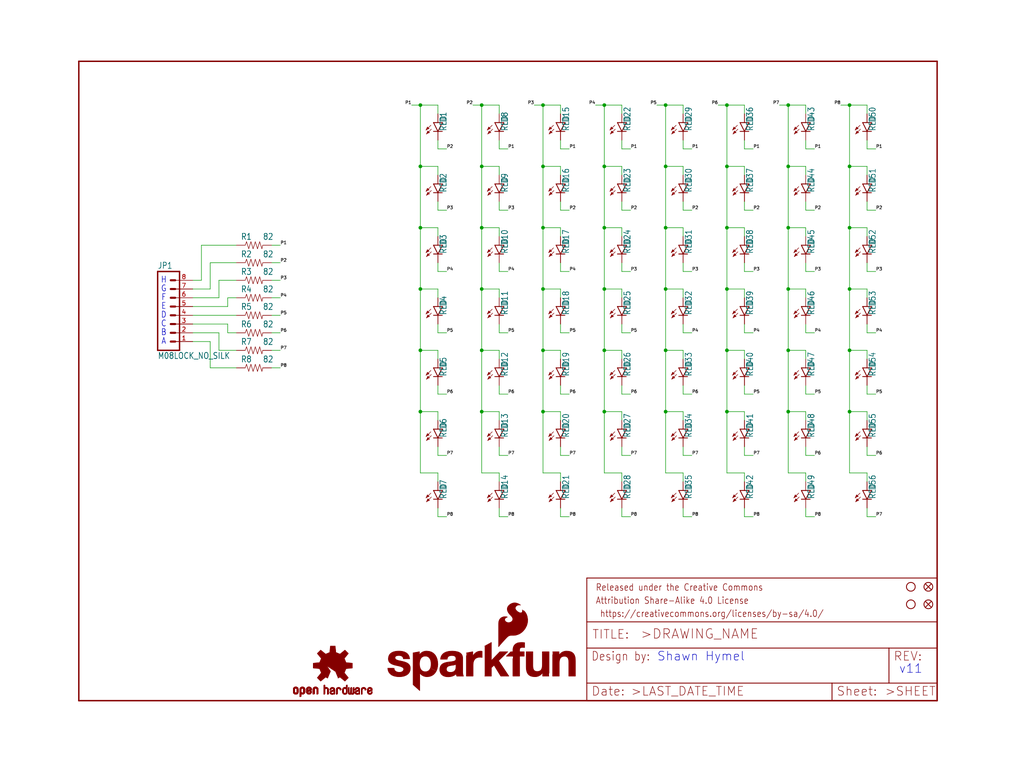
<source format=kicad_sch>
(kicad_sch (version 20211123) (generator eeschema)
  (paper "User" 297.002 223.926)
  (lib_symbols
    (symbol "eagleSchem-eagle-import:82OHM-1{slash}10W-1%(0603)SMD"
      (property "Reference" "R" (at -3.81 1.4986 0))
      (property "Value" "82OHM-1{slash}10W-1%(0603)SMD" (at -3.81 -3.302 0))
      (symbol "82OHM-1{slash}10W-1%(0603)SMD_1_0"
        (pin passive line (at -5.08 0 0) (length 2.54) (name "1") (number "1"))
        (pin passive line (at 5.08 0 180) (length 2.54) (name "2") (number "2"))
      )
    )
    (symbol "eagleSchem-eagle-import:FIDUCIAL1X2")
    (symbol "eagleSchem-eagle-import:FRAME-LETTER"
      (symbol "FRAME-LETTER_2_0"
        (text " https://creativecommons.org/licenses/by-sa/4.0/" (at 2.54 24.13 0) (effects (font (size 1.9304 1.6408)) (justify left bottom)))
        (text ">DRAWING_NAME" (at 15.494 17.78 0) (effects (font (size 2.7432 2.7432)) (justify left bottom)))
        (text ">LAST_DATE_TIME" (at 12.7 1.27 0) (effects (font (size 2.54 2.54)) (justify left bottom)))
        (text ">SHEET" (at 86.36 1.27 0) (effects (font (size 2.54 2.54)) (justify left bottom)))
        (text "Attribution Share-Alike 4.0 License" (at 2.54 27.94 0) (effects (font (size 1.9304 1.6408)) (justify left bottom)))
        (text "Date:" (at 1.27 1.27 0) (effects (font (size 2.54 2.54)) (justify left bottom)))
        (text "Design by:" (at 1.27 11.43 0) (effects (font (size 2.54 2.159)) (justify left bottom)))
        (text "Released under the Creative Commons" (at 2.54 31.75 0) (effects (font (size 1.9304 1.6408)) (justify left bottom)))
        (text "REV:" (at 88.9 11.43 0) (effects (font (size 2.54 2.54)) (justify left bottom)))
        (text "Sheet:" (at 72.39 1.27 0) (effects (font (size 2.54 2.54)) (justify left bottom)))
        (text "TITLE:" (at 1.524 17.78 0) (effects (font (size 2.54 2.54)) (justify left bottom)))
      )
    )
    (symbol "eagleSchem-eagle-import:LED-RED0603"
      (property "Reference" "D" (at 3.556 -4.572 90))
      (property "Value" "LED-RED0603" (at 5.715 -4.572 90))
      (symbol "LED-RED0603_1_0"
        (pin passive line (at 0 2.54 270) (length 2.54) (name "A") (number "A"))
        (pin passive line (at 0 -5.08 90) (length 2.54) (name "C") (number "C"))
      )
    )
    (symbol "eagleSchem-eagle-import:M08LOCK_NO_SILK"
      (property "Reference" "J" (at -5.08 13.462 0))
      (property "Value" "M08LOCK_NO_SILK" (at -5.08 -12.7 0))
      (symbol "M08LOCK_NO_SILK_1_0"
        (pin passive line (at 5.08 -7.62 180) (length 5.08) (name "1") (number "1"))
        (pin passive line (at 5.08 -5.08 180) (length 5.08) (name "2") (number "2"))
        (pin passive line (at 5.08 -2.54 180) (length 5.08) (name "3") (number "3"))
        (pin passive line (at 5.08 0 180) (length 5.08) (name "4") (number "4"))
        (pin passive line (at 5.08 2.54 180) (length 5.08) (name "5") (number "5"))
        (pin passive line (at 5.08 5.08 180) (length 5.08) (name "6") (number "6"))
        (pin passive line (at 5.08 7.62 180) (length 5.08) (name "7") (number "7"))
        (pin passive line (at 5.08 10.16 180) (length 5.08) (name "8") (number "8"))
      )
    )
    (symbol "eagleSchem-eagle-import:OSHW-LOGOS")
    (symbol "eagleSchem-eagle-import:SFE_LOGO_NAME_FLAME.1_INCH")
    (symbol "eagleSchem-eagle-import:STAND-OFF")
  )
  (junction (at 121.92 83.82))
  (junction (at 175.26 83.82))
  (junction (at 210.82 119.38))
  (junction (at 210.82 83.82))
  (junction (at 228.6 119.38))
  (junction (at 228.6 30.48))
  (junction (at 193.04 66.04))
  (junction (at 228.6 48.26))
  (junction (at 246.38 119.38))
  (junction (at 193.04 83.82))
  (junction (at 157.48 119.38))
  (junction (at 157.48 66.04))
  (junction (at 210.82 66.04))
  (junction (at 228.6 83.82))
  (junction (at 193.04 119.38))
  (junction (at 139.7 30.48))
  (junction (at 246.38 48.26))
  (junction (at 175.26 48.26))
  (junction (at 175.26 30.48))
  (junction (at 193.04 30.48))
  (junction (at 246.38 101.6))
  (junction (at 121.92 48.26))
  (junction (at 210.82 101.6))
  (junction (at 228.6 66.04))
  (junction (at 246.38 30.48))
  (junction (at 210.82 30.48))
  (junction (at 193.04 101.6))
  (junction (at 157.48 30.48))
  (junction (at 121.92 119.38))
  (junction (at 157.48 101.6))
  (junction (at 246.38 83.82))
  (junction (at 246.38 66.04))
  (junction (at 175.26 66.04))
  (junction (at 175.26 101.6))
  (junction (at 210.82 48.26))
  (junction (at 193.04 48.26))
  (junction (at 175.26 119.38))
  (junction (at 121.92 30.48))
  (junction (at 157.48 83.82))
  (junction (at 139.7 101.6))
  (junction (at 139.7 83.82))
  (junction (at 157.48 48.26))
  (junction (at 121.92 101.6))
  (junction (at 121.92 66.04))
  (junction (at 228.6 101.6))
  (junction (at 139.7 119.38))
  (junction (at 139.7 66.04))
  (junction (at 139.7 48.26))
  (wire (pts (xy 193.04 30.48) (xy 193.04 48.26)))
  (wire (pts (xy 157.48 66.04) (xy 162.56 66.04)))
  (wire (pts (xy 127 111.76) (xy 127 114.3)))
  (wire (pts (xy 246.38 66.04) (xy 246.38 83.82)))
  (wire (pts (xy 210.82 83.82) (xy 210.82 101.6)))
  (wire (pts (xy 121.92 137.16) (xy 127 137.16)))
  (wire (pts (xy 121.92 30.48) (xy 127 30.48)))
  (wire (pts (xy 127 132.08) (xy 129.54 132.08)))
  (wire (pts (xy 175.26 101.6) (xy 180.34 101.6)))
  (wire (pts (xy 139.7 137.16) (xy 144.78 137.16)))
  (wire (pts (xy 162.56 137.16) (xy 162.56 139.7)))
  (wire (pts (xy 144.78 96.52) (xy 147.32 96.52)))
  (wire (pts (xy 210.82 48.26) (xy 210.82 66.04)))
  (wire (pts (xy 228.6 119.38) (xy 228.6 137.16)))
  (wire (pts (xy 180.34 78.74) (xy 182.88 78.74)))
  (wire (pts (xy 228.6 66.04) (xy 228.6 83.82)))
  (wire (pts (xy 175.26 48.26) (xy 180.34 48.26)))
  (wire (pts (xy 162.56 83.82) (xy 162.56 86.36)))
  (wire (pts (xy 60.96 76.2) (xy 68.58 76.2)))
  (wire (pts (xy 180.34 149.86) (xy 182.88 149.86)))
  (wire (pts (xy 180.34 30.48) (xy 180.34 33.02)))
  (wire (pts (xy 175.26 119.38) (xy 175.26 137.16)))
  (wire (pts (xy 180.34 76.2) (xy 180.34 78.74)))
  (wire (pts (xy 233.68 119.38) (xy 233.68 121.92)))
  (wire (pts (xy 180.34 43.18) (xy 182.88 43.18)))
  (wire (pts (xy 127 40.64) (xy 127 43.18)))
  (wire (pts (xy 193.04 48.26) (xy 193.04 66.04)))
  (wire (pts (xy 144.78 30.48) (xy 144.78 33.02)))
  (wire (pts (xy 210.82 119.38) (xy 210.82 137.16)))
  (wire (pts (xy 180.34 101.6) (xy 180.34 104.14)))
  (wire (pts (xy 180.34 58.42) (xy 180.34 60.96)))
  (wire (pts (xy 251.46 40.64) (xy 251.46 43.18)))
  (wire (pts (xy 215.9 111.76) (xy 215.9 114.3)))
  (wire (pts (xy 210.82 137.16) (xy 215.9 137.16)))
  (wire (pts (xy 193.04 119.38) (xy 193.04 137.16)))
  (wire (pts (xy 162.56 111.76) (xy 162.56 114.3)))
  (wire (pts (xy 175.26 119.38) (xy 180.34 119.38)))
  (wire (pts (xy 198.12 58.42) (xy 198.12 60.96)))
  (wire (pts (xy 60.96 99.06) (xy 60.96 106.68)))
  (wire (pts (xy 215.9 40.64) (xy 215.9 43.18)))
  (wire (pts (xy 144.78 129.54) (xy 144.78 132.08)))
  (wire (pts (xy 210.82 30.48) (xy 210.82 48.26)))
  (wire (pts (xy 127 119.38) (xy 127 121.92)))
  (wire (pts (xy 198.12 96.52) (xy 200.66 96.52)))
  (wire (pts (xy 78.74 76.2) (xy 81.28 76.2)))
  (wire (pts (xy 162.56 60.96) (xy 165.1 60.96)))
  (wire (pts (xy 198.12 40.64) (xy 198.12 43.18)))
  (wire (pts (xy 198.12 76.2) (xy 198.12 78.74)))
  (wire (pts (xy 121.92 48.26) (xy 121.92 66.04)))
  (wire (pts (xy 55.88 86.36) (xy 63.5 86.36)))
  (wire (pts (xy 251.46 48.26) (xy 251.46 50.8)))
  (wire (pts (xy 63.5 81.28) (xy 68.58 81.28)))
  (wire (pts (xy 246.38 30.48) (xy 251.46 30.48)))
  (wire (pts (xy 121.92 66.04) (xy 127 66.04)))
  (wire (pts (xy 215.9 137.16) (xy 215.9 139.7)))
  (wire (pts (xy 162.56 78.74) (xy 165.1 78.74)))
  (wire (pts (xy 127 60.96) (xy 129.54 60.96)))
  (wire (pts (xy 157.48 83.82) (xy 157.48 101.6)))
  (wire (pts (xy 215.9 132.08) (xy 218.44 132.08)))
  (wire (pts (xy 121.92 30.48) (xy 119.38 30.48)))
  (wire (pts (xy 139.7 66.04) (xy 139.7 83.82)))
  (wire (pts (xy 144.78 119.38) (xy 144.78 121.92)))
  (wire (pts (xy 246.38 137.16) (xy 251.46 137.16)))
  (wire (pts (xy 198.12 147.32) (xy 198.12 149.86)))
  (wire (pts (xy 78.74 101.6) (xy 81.28 101.6)))
  (wire (pts (xy 127 129.54) (xy 127 132.08)))
  (wire (pts (xy 121.92 101.6) (xy 121.92 119.38)))
  (wire (pts (xy 78.74 86.36) (xy 81.28 86.36)))
  (wire (pts (xy 215.9 93.98) (xy 215.9 96.52)))
  (wire (pts (xy 210.82 66.04) (xy 215.9 66.04)))
  (wire (pts (xy 162.56 93.98) (xy 162.56 96.52)))
  (wire (pts (xy 162.56 58.42) (xy 162.56 60.96)))
  (wire (pts (xy 162.56 149.86) (xy 165.1 149.86)))
  (wire (pts (xy 210.82 48.26) (xy 215.9 48.26)))
  (wire (pts (xy 144.78 78.74) (xy 147.32 78.74)))
  (wire (pts (xy 215.9 30.48) (xy 215.9 33.02)))
  (wire (pts (xy 233.68 76.2) (xy 233.68 78.74)))
  (wire (pts (xy 127 93.98) (xy 127 96.52)))
  (wire (pts (xy 157.48 137.16) (xy 162.56 137.16)))
  (wire (pts (xy 210.82 30.48) (xy 208.28 30.48)))
  (wire (pts (xy 144.78 83.82) (xy 144.78 86.36)))
  (wire (pts (xy 162.56 40.64) (xy 162.56 43.18)))
  (wire (pts (xy 246.38 101.6) (xy 251.46 101.6)))
  (wire (pts (xy 233.68 30.48) (xy 233.68 33.02)))
  (wire (pts (xy 66.04 88.9) (xy 66.04 86.36)))
  (wire (pts (xy 175.26 66.04) (xy 175.26 83.82)))
  (wire (pts (xy 139.7 119.38) (xy 144.78 119.38)))
  (wire (pts (xy 157.48 30.48) (xy 162.56 30.48)))
  (wire (pts (xy 144.78 66.04) (xy 144.78 68.58)))
  (wire (pts (xy 144.78 132.08) (xy 147.32 132.08)))
  (wire (pts (xy 144.78 101.6) (xy 144.78 104.14)))
  (wire (pts (xy 127 30.48) (xy 127 33.02)))
  (wire (pts (xy 233.68 132.08) (xy 236.22 132.08)))
  (wire (pts (xy 215.9 96.52) (xy 218.44 96.52)))
  (wire (pts (xy 193.04 83.82) (xy 198.12 83.82)))
  (wire (pts (xy 127 78.74) (xy 129.54 78.74)))
  (wire (pts (xy 228.6 83.82) (xy 228.6 101.6)))
  (wire (pts (xy 210.82 30.48) (xy 215.9 30.48)))
  (wire (pts (xy 144.78 48.26) (xy 144.78 50.8)))
  (wire (pts (xy 251.46 43.18) (xy 254 43.18)))
  (wire (pts (xy 139.7 30.48) (xy 137.16 30.48)))
  (wire (pts (xy 162.56 43.18) (xy 165.1 43.18)))
  (wire (pts (xy 121.92 119.38) (xy 127 119.38)))
  (wire (pts (xy 180.34 147.32) (xy 180.34 149.86)))
  (wire (pts (xy 139.7 83.82) (xy 139.7 101.6)))
  (wire (pts (xy 251.46 66.04) (xy 251.46 68.58)))
  (wire (pts (xy 193.04 101.6) (xy 198.12 101.6)))
  (wire (pts (xy 233.68 40.64) (xy 233.68 43.18)))
  (wire (pts (xy 139.7 48.26) (xy 139.7 66.04)))
  (wire (pts (xy 198.12 101.6) (xy 198.12 104.14)))
  (wire (pts (xy 228.6 30.48) (xy 233.68 30.48)))
  (wire (pts (xy 251.46 30.48) (xy 251.46 33.02)))
  (wire (pts (xy 233.68 93.98) (xy 233.68 96.52)))
  (wire (pts (xy 157.48 66.04) (xy 157.48 83.82)))
  (wire (pts (xy 251.46 119.38) (xy 251.46 121.92)))
  (wire (pts (xy 198.12 48.26) (xy 198.12 50.8)))
  (wire (pts (xy 180.34 129.54) (xy 180.34 132.08)))
  (wire (pts (xy 180.34 66.04) (xy 180.34 68.58)))
  (wire (pts (xy 162.56 147.32) (xy 162.56 149.86)))
  (wire (pts (xy 78.74 96.52) (xy 81.28 96.52)))
  (wire (pts (xy 180.34 114.3) (xy 182.88 114.3)))
  (wire (pts (xy 215.9 48.26) (xy 215.9 50.8)))
  (wire (pts (xy 251.46 129.54) (xy 251.46 132.08)))
  (wire (pts (xy 215.9 58.42) (xy 215.9 60.96)))
  (wire (pts (xy 251.46 83.82) (xy 251.46 86.36)))
  (wire (pts (xy 228.6 101.6) (xy 228.6 119.38)))
  (wire (pts (xy 180.34 96.52) (xy 182.88 96.52)))
  (wire (pts (xy 127 83.82) (xy 127 86.36)))
  (wire (pts (xy 55.88 83.82) (xy 60.96 83.82)))
  (wire (pts (xy 251.46 114.3) (xy 254 114.3)))
  (wire (pts (xy 198.12 83.82) (xy 198.12 86.36)))
  (wire (pts (xy 180.34 48.26) (xy 180.34 50.8)))
  (wire (pts (xy 78.74 81.28) (xy 81.28 81.28)))
  (wire (pts (xy 139.7 119.38) (xy 139.7 137.16)))
  (wire (pts (xy 58.42 71.12) (xy 68.58 71.12)))
  (wire (pts (xy 228.6 119.38) (xy 233.68 119.38)))
  (wire (pts (xy 55.88 93.98) (xy 66.04 93.98)))
  (wire (pts (xy 198.12 30.48) (xy 198.12 33.02)))
  (wire (pts (xy 251.46 76.2) (xy 251.46 78.74)))
  (wire (pts (xy 127 147.32) (xy 127 149.86)))
  (wire (pts (xy 193.04 30.48) (xy 198.12 30.48)))
  (wire (pts (xy 215.9 43.18) (xy 218.44 43.18)))
  (wire (pts (xy 139.7 30.48) (xy 139.7 48.26)))
  (wire (pts (xy 246.38 83.82) (xy 251.46 83.82)))
  (wire (pts (xy 162.56 96.52) (xy 165.1 96.52)))
  (wire (pts (xy 127 48.26) (xy 127 50.8)))
  (wire (pts (xy 193.04 137.16) (xy 198.12 137.16)))
  (wire (pts (xy 121.92 83.82) (xy 127 83.82)))
  (wire (pts (xy 233.68 83.82) (xy 233.68 86.36)))
  (wire (pts (xy 157.48 30.48) (xy 154.94 30.48)))
  (wire (pts (xy 60.96 106.68) (xy 68.58 106.68)))
  (wire (pts (xy 121.92 30.48) (xy 121.92 48.26)))
  (wire (pts (xy 175.26 137.16) (xy 180.34 137.16)))
  (wire (pts (xy 162.56 101.6) (xy 162.56 104.14)))
  (wire (pts (xy 144.78 40.64) (xy 144.78 43.18)))
  (wire (pts (xy 127 96.52) (xy 129.54 96.52)))
  (wire (pts (xy 215.9 119.38) (xy 215.9 121.92)))
  (wire (pts (xy 139.7 48.26) (xy 144.78 48.26)))
  (wire (pts (xy 251.46 60.96) (xy 254 60.96)))
  (wire (pts (xy 157.48 119.38) (xy 162.56 119.38)))
  (wire (pts (xy 55.88 99.06) (xy 60.96 99.06)))
  (wire (pts (xy 251.46 147.32) (xy 251.46 149.86)))
  (wire (pts (xy 251.46 149.86) (xy 254 149.86)))
  (wire (pts (xy 215.9 114.3) (xy 218.44 114.3)))
  (wire (pts (xy 215.9 129.54) (xy 215.9 132.08)))
  (wire (pts (xy 162.56 48.26) (xy 162.56 50.8)))
  (wire (pts (xy 144.78 60.96) (xy 147.32 60.96)))
  (wire (pts (xy 180.34 83.82) (xy 180.34 86.36)))
  (wire (pts (xy 144.78 111.76) (xy 144.78 114.3)))
  (wire (pts (xy 193.04 30.48) (xy 190.5 30.48)))
  (wire (pts (xy 215.9 101.6) (xy 215.9 104.14)))
  (wire (pts (xy 246.38 66.04) (xy 251.46 66.04)))
  (wire (pts (xy 144.78 147.32) (xy 144.78 149.86)))
  (wire (pts (xy 246.38 119.38) (xy 246.38 137.16)))
  (wire (pts (xy 180.34 40.64) (xy 180.34 43.18)))
  (wire (pts (xy 210.82 66.04) (xy 210.82 83.82)))
  (wire (pts (xy 215.9 66.04) (xy 215.9 68.58)))
  (wire (pts (xy 233.68 147.32) (xy 233.68 149.86)))
  (wire (pts (xy 144.78 137.16) (xy 144.78 139.7)))
  (wire (pts (xy 180.34 93.98) (xy 180.34 96.52)))
  (wire (pts (xy 198.12 93.98) (xy 198.12 96.52)))
  (wire (pts (xy 233.68 48.26) (xy 233.68 50.8)))
  (wire (pts (xy 157.48 48.26) (xy 162.56 48.26)))
  (wire (pts (xy 66.04 96.52) (xy 68.58 96.52)))
  (wire (pts (xy 251.46 78.74) (xy 254 78.74)))
  (wire (pts (xy 127 114.3) (xy 129.54 114.3)))
  (wire (pts (xy 180.34 119.38) (xy 180.34 121.92)))
  (wire (pts (xy 144.78 43.18) (xy 147.32 43.18)))
  (wire (pts (xy 157.48 30.48) (xy 157.48 48.26)))
  (wire (pts (xy 198.12 137.16) (xy 198.12 139.7)))
  (wire (pts (xy 55.88 88.9) (xy 66.04 88.9)))
  (wire (pts (xy 121.92 101.6) (xy 127 101.6)))
  (wire (pts (xy 162.56 76.2) (xy 162.56 78.74)))
  (wire (pts (xy 210.82 101.6) (xy 215.9 101.6)))
  (wire (pts (xy 175.26 30.48) (xy 175.26 48.26)))
  (wire (pts (xy 193.04 83.82) (xy 193.04 101.6)))
  (wire (pts (xy 246.38 30.48) (xy 246.38 48.26)))
  (wire (pts (xy 139.7 30.48) (xy 144.78 30.48)))
  (wire (pts (xy 121.92 66.04) (xy 121.92 83.82)))
  (wire (pts (xy 198.12 78.74) (xy 200.66 78.74)))
  (wire (pts (xy 127 58.42) (xy 127 60.96)))
  (wire (pts (xy 233.68 101.6) (xy 233.68 104.14)))
  (wire (pts (xy 251.46 132.08) (xy 254 132.08)))
  (wire (pts (xy 144.78 149.86) (xy 147.32 149.86)))
  (wire (pts (xy 246.38 101.6) (xy 246.38 119.38)))
  (wire (pts (xy 66.04 93.98) (xy 66.04 96.52)))
  (wire (pts (xy 228.6 66.04) (xy 233.68 66.04)))
  (wire (pts (xy 233.68 78.74) (xy 236.22 78.74)))
  (wire (pts (xy 198.12 66.04) (xy 198.12 68.58)))
  (wire (pts (xy 251.46 58.42) (xy 251.46 60.96)))
  (wire (pts (xy 246.38 48.26) (xy 246.38 66.04)))
  (wire (pts (xy 215.9 83.82) (xy 215.9 86.36)))
  (wire (pts (xy 215.9 147.32) (xy 215.9 149.86)))
  (wire (pts (xy 228.6 137.16) (xy 233.68 137.16)))
  (wire (pts (xy 144.78 114.3) (xy 147.32 114.3)))
  (wire (pts (xy 233.68 66.04) (xy 233.68 68.58)))
  (wire (pts (xy 251.46 137.16) (xy 251.46 139.7)))
  (wire (pts (xy 233.68 137.16) (xy 233.68 139.7)))
  (wire (pts (xy 228.6 48.26) (xy 228.6 66.04)))
  (wire (pts (xy 210.82 119.38) (xy 215.9 119.38)))
  (wire (pts (xy 228.6 83.82) (xy 233.68 83.82)))
  (wire (pts (xy 162.56 66.04) (xy 162.56 68.58)))
  (wire (pts (xy 198.12 111.76) (xy 198.12 114.3)))
  (wire (pts (xy 198.12 129.54) (xy 198.12 132.08)))
  (wire (pts (xy 55.88 81.28) (xy 58.42 81.28)))
  (wire (pts (xy 175.26 83.82) (xy 175.26 101.6)))
  (wire (pts (xy 175.26 30.48) (xy 180.34 30.48)))
  (wire (pts (xy 198.12 149.86) (xy 200.66 149.86)))
  (wire (pts (xy 215.9 149.86) (xy 218.44 149.86)))
  (wire (pts (xy 127 76.2) (xy 127 78.74)))
  (wire (pts (xy 162.56 129.54) (xy 162.56 132.08)))
  (wire (pts (xy 175.26 101.6) (xy 175.26 119.38)))
  (wire (pts (xy 63.5 96.52) (xy 63.5 101.6)))
  (wire (pts (xy 157.48 101.6) (xy 162.56 101.6)))
  (wire (pts (xy 233.68 149.86) (xy 236.22 149.86)))
  (wire (pts (xy 251.46 93.98) (xy 251.46 96.52)))
  (wire (pts (xy 55.88 96.52) (xy 63.5 96.52)))
  (wire (pts (xy 157.48 48.26) (xy 157.48 66.04)))
  (wire (pts (xy 63.5 101.6) (xy 68.58 101.6)))
  (wire (pts (xy 210.82 83.82) (xy 215.9 83.82)))
  (wire (pts (xy 180.34 132.08) (xy 182.88 132.08)))
  (wire (pts (xy 193.04 66.04) (xy 193.04 83.82)))
  (wire (pts (xy 233.68 60.96) (xy 236.22 60.96)))
  (wire (pts (xy 144.78 58.42) (xy 144.78 60.96)))
  (wire (pts (xy 139.7 83.82) (xy 144.78 83.82)))
  (wire (pts (xy 162.56 114.3) (xy 165.1 114.3)))
  (wire (pts (xy 215.9 78.74) (xy 218.44 78.74)))
  (wire (pts (xy 198.12 132.08) (xy 200.66 132.08)))
  (wire (pts (xy 121.92 48.26) (xy 127 48.26)))
  (wire (pts (xy 228.6 30.48) (xy 228.6 48.26)))
  (wire (pts (xy 139.7 66.04) (xy 144.78 66.04)))
  (wire (pts (xy 246.38 48.26) (xy 251.46 48.26)))
  (wire (pts (xy 175.26 83.82) (xy 180.34 83.82)))
  (wire (pts (xy 193.04 119.38) (xy 198.12 119.38)))
  (wire (pts (xy 246.38 30.48) (xy 243.84 30.48)))
  (wire (pts (xy 157.48 83.82) (xy 162.56 83.82)))
  (wire (pts (xy 127 137.16) (xy 127 139.7)))
  (wire (pts (xy 162.56 119.38) (xy 162.56 121.92)))
  (wire (pts (xy 180.34 60.96) (xy 182.88 60.96)))
  (wire (pts (xy 210.82 101.6) (xy 210.82 119.38)))
  (wire (pts (xy 127 43.18) (xy 129.54 43.18)))
  (wire (pts (xy 144.78 76.2) (xy 144.78 78.74)))
  (wire (pts (xy 193.04 66.04) (xy 198.12 66.04)))
  (wire (pts (xy 246.38 83.82) (xy 246.38 101.6)))
  (wire (pts (xy 78.74 91.44) (xy 81.28 91.44)))
  (wire (pts (xy 198.12 60.96) (xy 200.66 60.96)))
  (wire (pts (xy 228.6 101.6) (xy 233.68 101.6)))
  (wire (pts (xy 228.6 30.48) (xy 226.06 30.48)))
  (wire (pts (xy 251.46 96.52) (xy 254 96.52)))
  (wire (pts (xy 78.74 71.12) (xy 81.28 71.12)))
  (wire (pts (xy 246.38 119.38) (xy 251.46 119.38)))
  (wire (pts (xy 162.56 30.48) (xy 162.56 33.02)))
  (wire (pts (xy 127 66.04) (xy 127 68.58)))
  (wire (pts (xy 233.68 111.76) (xy 233.68 114.3)))
  (wire (pts (xy 215.9 76.2) (xy 215.9 78.74)))
  (wire (pts (xy 139.7 101.6) (xy 144.78 101.6)))
  (wire (pts (xy 233.68 129.54) (xy 233.68 132.08)))
  (wire (pts (xy 175.26 48.26) (xy 175.26 66.04)))
  (wire (pts (xy 121.92 119.38) (xy 121.92 137.16)))
  (wire (pts (xy 157.48 119.38) (xy 157.48 137.16)))
  (wire (pts (xy 63.5 86.36) (xy 63.5 81.28)))
  (wire (pts (xy 251.46 111.76) (xy 251.46 114.3)))
  (wire (pts (xy 144.78 93.98) (xy 144.78 96.52)))
  (wire (pts (xy 215.9 60.96) (xy 218.44 60.96)))
  (wire (pts (xy 193.04 48.26) (xy 198.12 48.26)))
  (wire (pts (xy 193.04 101.6) (xy 193.04 119.38)))
  (wire (pts (xy 180.34 111.76) (xy 180.34 114.3)))
  (wire (pts (xy 127 101.6) (xy 127 104.14)))
  (wire (pts (xy 233.68 58.42) (xy 233.68 60.96)))
  (wire (pts (xy 180.34 137.16) (xy 180.34 139.7)))
  (wire (pts (xy 157.48 101.6) (xy 157.48 119.38)))
  (wire (pts (xy 228.6 48.26) (xy 233.68 48.26)))
  (wire (pts (xy 198.12 43.18) (xy 200.66 43.18)))
  (wire (pts (xy 233.68 96.52) (xy 236.22 96.52)))
  (wire (pts (xy 162.56 132.08) (xy 165.1 132.08)))
  (wire (pts (xy 139.7 101.6) (xy 139.7 119.38)))
  (wire (pts (xy 121.92 83.82) (xy 121.92 101.6)))
  (wire (pts (xy 233.68 43.18) (xy 236.22 43.18)))
  (wire (pts (xy 233.68 114.3) (xy 236.22 114.3)))
  (wire (pts (xy 127 149.86) (xy 129.54 149.86)))
  (wire (pts (xy 175.26 30.48) (xy 172.72 30.48)))
  (wire (pts (xy 66.04 86.36) (xy 68.58 86.36)))
  (wire (pts (xy 175.26 66.04) (xy 180.34 66.04)))
  (wire (pts (xy 198.12 114.3) (xy 200.66 114.3)))
  (wire (pts (xy 55.88 91.44) (xy 68.58 91.44)))
  (wire (pts (xy 251.46 101.6) (xy 251.46 104.14)))
  (wire (pts (xy 198.12 119.38) (xy 198.12 121.92)))
  (wire (pts (xy 60.96 83.82) (xy 60.96 76.2)))
  (wire (pts (xy 78.74 106.68) (xy 81.28 106.68)))
  (wire (pts (xy 58.42 81.28) (xy 58.42 71.12)))
  (text "E" (at 47.498 88.9 180) (effects (font (size 1.778 1.5113))))
  (text "D" (at 47.498 91.44 180) (effects (font (size 1.778 1.5113))))
  (text "F" (at 47.498 86.36 180) (effects (font (size 1.778 1.5113))))
  (text "v11" (at 264.16 195.58 180) (effects (font (size 2.54 2.54)) (justify bottom)))
  (text "H" (at 47.498 81.28 180) (effects (font (size 1.778 1.5113))))
  (text "A" (at 47.498 99.06 180) (effects (font (size 1.778 1.5113))))
  (text "Shawn Hymel" (at 190.5 190.5 180) (effects (font (size 2.54 2.54)) (justify left)))
  (text "G" (at 47.498 83.82 180) (effects (font (size 1.778 1.5113))))
  (text "C" (at 47.498 93.98 180) (effects (font (size 1.778 1.5113))))
  (text "B" (at 47.498 96.52 180) (effects (font (size 1.778 1.5113))))
  (label "P3" (at 154.94 30.48 180) (effects (font (size 0.889 0.889))))
  (label "P1" (at 81.28 71.12 0) (effects (font (size 0.889 0.889))))
  (label "P7" (at 254 149.86 0) (effects (font (size 0.889 0.889))))
  (label "P3" (at 200.66 78.74 0) (effects (font (size 0.889 0.889))))
  (label "P2" (at 165.1 60.96 0) (effects (font (size 0.889 0.889))))
  (label "P7" (at 129.54 132.08 0) (effects (font (size 0.889 0.889))))
  (label "P4" (at 254 96.52 0) (effects (font (size 0.889 0.889))))
  (label "P7" (at 226.06 30.48 180) (effects (font (size 0.889 0.889))))
  (label "P3" (at 254 78.74 0) (effects (font (size 0.889 0.889))))
  (label "P2" (at 81.28 76.2 0) (effects (font (size 0.889 0.889))))
  (label "P6" (at 147.32 114.3 0) (effects (font (size 0.889 0.889))))
  (label "P8" (at 81.28 106.68 0) (effects (font (size 0.889 0.889))))
  (label "P8" (at 236.22 149.86 0) (effects (font (size 0.889 0.889))))
  (label "P4" (at 147.32 78.74 0) (effects (font (size 0.889 0.889))))
  (label "P6" (at 165.1 114.3 0) (effects (font (size 0.889 0.889))))
  (label "P6" (at 81.28 96.52 0) (effects (font (size 0.889 0.889))))
  (label "P1" (at 236.22 43.18 0) (effects (font (size 0.889 0.889))))
  (label "P3" (at 218.44 78.74 0) (effects (font (size 0.889 0.889))))
  (label "P8" (at 129.54 149.86 0) (effects (font (size 0.889 0.889))))
  (label "P6" (at 200.66 114.3 0) (effects (font (size 0.889 0.889))))
  (label "P4" (at 200.66 96.52 0) (effects (font (size 0.889 0.889))))
  (label "P8" (at 218.44 149.86 0) (effects (font (size 0.889 0.889))))
  (label "P8" (at 147.32 149.86 0) (effects (font (size 0.889 0.889))))
  (label "P7" (at 182.88 132.08 0) (effects (font (size 0.889 0.889))))
  (label "P5" (at 254 114.3 0) (effects (font (size 0.889 0.889))))
  (label "P2" (at 200.66 60.96 0) (effects (font (size 0.889 0.889))))
  (label "P4" (at 172.72 30.48 180) (effects (font (size 0.889 0.889))))
  (label "P3" (at 147.32 60.96 0) (effects (font (size 0.889 0.889))))
  (label "P6" (at 208.28 30.48 180) (effects (font (size 0.889 0.889))))
  (label "P6" (at 236.22 132.08 0) (effects (font (size 0.889 0.889))))
  (label "P2" (at 236.22 60.96 0) (effects (font (size 0.889 0.889))))
  (label "P5" (at 236.22 114.3 0) (effects (font (size 0.889 0.889))))
  (label "P2" (at 182.88 60.96 0) (effects (font (size 0.889 0.889))))
  (label "P5" (at 129.54 96.52 0) (effects (font (size 0.889 0.889))))
  (label "P2" (at 129.54 43.18 0) (effects (font (size 0.889 0.889))))
  (label "P8" (at 165.1 149.86 0) (effects (font (size 0.889 0.889))))
  (label "P5" (at 147.32 96.52 0) (effects (font (size 0.889 0.889))))
  (label "P2" (at 137.16 30.48 180) (effects (font (size 0.889 0.889))))
  (label "P6" (at 254 132.08 0) (effects (font (size 0.889 0.889))))
  (label "P3" (at 182.88 78.74 0) (effects (font (size 0.889 0.889))))
  (label "P7" (at 147.32 132.08 0) (effects (font (size 0.889 0.889))))
  (label "P1" (at 165.1 43.18 0) (effects (font (size 0.889 0.889))))
  (label "P7" (at 165.1 132.08 0) (effects (font (size 0.889 0.889))))
  (label "P1" (at 218.44 43.18 0) (effects (font (size 0.889 0.889))))
  (label "P5" (at 190.5 30.48 180) (effects (font (size 0.889 0.889))))
  (label "P5" (at 218.44 114.3 0) (effects (font (size 0.889 0.889))))
  (label "P1" (at 182.88 43.18 0) (effects (font (size 0.889 0.889))))
  (label "P4" (at 129.54 78.74 0) (effects (font (size 0.889 0.889))))
  (label "P1" (at 254 43.18 0) (effects (font (size 0.889 0.889))))
  (label "P1" (at 200.66 43.18 0) (effects (font (size 0.889 0.889))))
  (label "P6" (at 182.88 114.3 0) (effects (font (size 0.889 0.889))))
  (label "P8" (at 182.88 149.86 0) (effects (font (size 0.889 0.889))))
  (label "P6" (at 129.54 114.3 0) (effects (font (size 0.889 0.889))))
  (label "P4" (at 236.22 96.52 0) (effects (font (size 0.889 0.889))))
  (label "P4" (at 81.28 86.36 0) (effects (font (size 0.889 0.889))))
  (label "P1" (at 119.38 30.48 180) (effects (font (size 0.889 0.889))))
  (label "P2" (at 218.44 60.96 0) (effects (font (size 0.889 0.889))))
  (label "P1" (at 147.32 43.18 0) (effects (font (size 0.889 0.889))))
  (label "P5" (at 81.28 91.44 0) (effects (font (size 0.889 0.889))))
  (label "P7" (at 218.44 132.08 0) (effects (font (size 0.889 0.889))))
  (label "P4" (at 218.44 96.52 0) (effects (font (size 0.889 0.889))))
  (label "P3" (at 129.54 60.96 0) (effects (font (size 0.889 0.889))))
  (label "P8" (at 200.66 149.86 0) (effects (font (size 0.889 0.889))))
  (label "P7" (at 200.66 132.08 0) (effects (font (size 0.889 0.889))))
  (label "P4" (at 165.1 78.74 0) (effects (font (size 0.889 0.889))))
  (label "P5" (at 182.88 96.52 0) (effects (font (size 0.889 0.889))))
  (label "P2" (at 254 60.96 0) (effects (font (size 0.889 0.889))))
  (label "P8" (at 243.84 30.48 180) (effects (font (size 0.889 0.889))))
  (label "P3" (at 236.22 78.74 0) (effects (font (size 0.889 0.889))))
  (label "P7" (at 81.28 101.6 0) (effects (font (size 0.889 0.889))))
  (label "P3" (at 81.28 81.28 0) (effects (font (size 0.889 0.889))))
  (label "P5" (at 165.1 96.52 0) (effects (font (size 0.889 0.889))))
  (symbol (lib_id "eagleSchem-eagle-import:LED-RED0603") (at 144.78 71.12 0) (unit 1)
    (property "Reference" "D10" (at 147.32 71.12 90) (effects (font (size 1.778 1.5113)) (justify left bottom)))
    (property "Value" "RED" (at 147.32 73.66 90) (effects (font (size 1.778 1.5113)) (justify left bottom)))
    (property "Footprint" "eagleSchem:LED-0603" (effects hide))
  )
  (symbol (lib_id "eagleSchem-eagle-import:LED-RED0603") (at 233.68 124.46 0) (unit 1)
    (property "Reference" "D48" (at 236.22 124.46 90) (effects (font (size 1.778 1.5113)) (justify left bottom)))
    (property "Value" "RED" (at 236.22 127 90) (effects (font (size 1.778 1.5113)) (justify left bottom)))
    (property "Footprint" "eagleSchem:LED-0603" (effects hide))
  )
  (symbol (lib_id "eagleSchem-eagle-import:LED-RED0603") (at 215.9 71.12 0) (unit 1)
    (property "Reference" "D38" (at 218.44 71.12 90) (effects (font (size 1.778 1.5113)) (justify left bottom)))
    (property "Value" "RED" (at 218.44 73.66 90) (effects (font (size 1.778 1.5113)) (justify left bottom)))
    (property "Footprint" "eagleSchem:LED-0603" (effects hide))
  )
  (symbol (lib_id "eagleSchem-eagle-import:LED-RED0603") (at 215.9 124.46 0) (unit 1)
    (property "Reference" "D41" (at 218.44 124.46 90) (effects (font (size 1.778 1.5113)) (justify left bottom)))
    (property "Value" "RED" (at 218.44 127 90) (effects (font (size 1.778 1.5113)) (justify left bottom)))
    (property "Footprint" "eagleSchem:LED-0603" (effects hide))
  )
  (symbol (lib_id "eagleSchem-eagle-import:LED-RED0603") (at 251.46 106.68 0) (unit 1)
    (property "Reference" "D54" (at 254 106.68 90) (effects (font (size 1.778 1.5113)) (justify left bottom)))
    (property "Value" "RED" (at 254 109.22 90) (effects (font (size 1.778 1.5113)) (justify left bottom)))
    (property "Footprint" "eagleSchem:LED-0603" (effects hide))
  )
  (symbol (lib_id "eagleSchem-eagle-import:LED-RED0603") (at 162.56 71.12 0) (unit 1)
    (property "Reference" "D17" (at 165.1 71.12 90) (effects (font (size 1.778 1.5113)) (justify left bottom)))
    (property "Value" "RED" (at 165.1 73.66 90) (effects (font (size 1.778 1.5113)) (justify left bottom)))
    (property "Footprint" "eagleSchem:LED-0603" (effects hide))
  )
  (symbol (lib_id "eagleSchem-eagle-import:LED-RED0603") (at 127 124.46 0) (unit 1)
    (property "Reference" "D6" (at 129.54 124.46 90) (effects (font (size 1.778 1.5113)) (justify left bottom)))
    (property "Value" "RED" (at 129.54 127 90) (effects (font (size 1.778 1.5113)) (justify left bottom)))
    (property "Footprint" "eagleSchem:LED-0603" (effects hide))
  )
  (symbol (lib_id "eagleSchem-eagle-import:LED-RED0603") (at 144.78 53.34 0) (unit 1)
    (property "Reference" "D9" (at 147.32 53.34 90) (effects (font (size 1.778 1.5113)) (justify left bottom)))
    (property "Value" "RED" (at 147.32 55.88 90) (effects (font (size 1.778 1.5113)) (justify left bottom)))
    (property "Footprint" "eagleSchem:LED-0603" (effects hide))
  )
  (symbol (lib_id "eagleSchem-eagle-import:LED-RED0603") (at 180.34 124.46 0) (unit 1)
    (property "Reference" "D27" (at 182.88 124.46 90) (effects (font (size 1.778 1.5113)) (justify left bottom)))
    (property "Value" "RED" (at 182.88 127 90) (effects (font (size 1.778 1.5113)) (justify left bottom)))
    (property "Footprint" "eagleSchem:LED-0603" (effects hide))
  )
  (symbol (lib_id "eagleSchem-eagle-import:LED-RED0603") (at 215.9 142.24 0) (unit 1)
    (property "Reference" "D42" (at 218.44 142.24 90) (effects (font (size 1.778 1.5113)) (justify left bottom)))
    (property "Value" "RED" (at 218.44 144.78 90) (effects (font (size 1.778 1.5113)) (justify left bottom)))
    (property "Footprint" "eagleSchem:LED-0603" (effects hide))
  )
  (symbol (lib_id "eagleSchem-eagle-import:LED-RED0603") (at 198.12 88.9 0) (unit 1)
    (property "Reference" "D32" (at 200.66 88.9 90) (effects (font (size 1.778 1.5113)) (justify left bottom)))
    (property "Value" "RED" (at 200.66 91.44 90) (effects (font (size 1.778 1.5113)) (justify left bottom)))
    (property "Footprint" "eagleSchem:LED-0603" (effects hide))
  )
  (symbol (lib_id "eagleSchem-eagle-import:LED-RED0603") (at 127 142.24 0) (unit 1)
    (property "Reference" "D7" (at 129.54 142.24 90) (effects (font (size 1.778 1.5113)) (justify left bottom)))
    (property "Value" "RED" (at 129.54 144.78 90) (effects (font (size 1.778 1.5113)) (justify left bottom)))
    (property "Footprint" "eagleSchem:LED-0603" (effects hide))
  )
  (symbol (lib_id "eagleSchem-eagle-import:LED-RED0603") (at 127 35.56 0) (unit 1)
    (property "Reference" "D1" (at 129.54 35.56 90) (effects (font (size 1.778 1.5113)) (justify left bottom)))
    (property "Value" "RED" (at 129.54 38.1 90) (effects (font (size 1.778 1.5113)) (justify left bottom)))
    (property "Footprint" "eagleSchem:LED-0603" (effects hide))
  )
  (symbol (lib_id "eagleSchem-eagle-import:LED-RED0603") (at 162.56 106.68 0) (unit 1)
    (property "Reference" "D19" (at 165.1 106.68 90) (effects (font (size 1.778 1.5113)) (justify left bottom)))
    (property "Value" "RED" (at 165.1 109.22 90) (effects (font (size 1.778 1.5113)) (justify left bottom)))
    (property "Footprint" "eagleSchem:LED-0603" (effects hide))
  )
  (symbol (lib_id "eagleSchem-eagle-import:LED-RED0603") (at 180.34 88.9 0) (unit 1)
    (property "Reference" "D25" (at 182.88 88.9 90) (effects (font (size 1.778 1.5113)) (justify left bottom)))
    (property "Value" "RED" (at 182.88 91.44 90) (effects (font (size 1.778 1.5113)) (justify left bottom)))
    (property "Footprint" "eagleSchem:LED-0603" (effects hide))
  )
  (symbol (lib_id "eagleSchem-eagle-import:LED-RED0603") (at 251.46 53.34 0) (unit 1)
    (property "Reference" "D51" (at 254 53.34 90) (effects (font (size 1.778 1.5113)) (justify left bottom)))
    (property "Value" "RED" (at 254 55.88 90) (effects (font (size 1.778 1.5113)) (justify left bottom)))
    (property "Footprint" "eagleSchem:LED-0603" (effects hide))
  )
  (symbol (lib_id "eagleSchem-eagle-import:LED-RED0603") (at 198.12 35.56 0) (unit 1)
    (property "Reference" "D29" (at 200.66 35.56 90) (effects (font (size 1.778 1.5113)) (justify left bottom)))
    (property "Value" "RED" (at 200.66 38.1 90) (effects (font (size 1.778 1.5113)) (justify left bottom)))
    (property "Footprint" "eagleSchem:LED-0603" (effects hide))
  )
  (symbol (lib_id "eagleSchem-eagle-import:LED-RED0603") (at 198.12 106.68 0) (unit 1)
    (property "Reference" "D33" (at 200.66 106.68 90) (effects (font (size 1.778 1.5113)) (justify left bottom)))
    (property "Value" "RED" (at 200.66 109.22 90) (effects (font (size 1.778 1.5113)) (justify left bottom)))
    (property "Footprint" "eagleSchem:LED-0603" (effects hide))
  )
  (symbol (lib_id "eagleSchem-eagle-import:LED-RED0603") (at 215.9 53.34 0) (unit 1)
    (property "Reference" "D37" (at 218.44 53.34 90) (effects (font (size 1.778 1.5113)) (justify left bottom)))
    (property "Value" "RED" (at 218.44 55.88 90) (effects (font (size 1.778 1.5113)) (justify left bottom)))
    (property "Footprint" "eagleSchem:LED-0603" (effects hide))
  )
  (symbol (lib_id "eagleSchem-eagle-import:LED-RED0603") (at 162.56 142.24 0) (unit 1)
    (property "Reference" "D21" (at 165.1 142.24 90) (effects (font (size 1.778 1.5113)) (justify left bottom)))
    (property "Value" "RED" (at 165.1 144.78 90) (effects (font (size 1.778 1.5113)) (justify left bottom)))
    (property "Footprint" "eagleSchem:LED-0603" (effects hide))
  )
  (symbol (lib_id "eagleSchem-eagle-import:LED-RED0603") (at 127 88.9 0) (unit 1)
    (property "Reference" "D4" (at 129.54 88.9 90) (effects (font (size 1.778 1.5113)) (justify left bottom)))
    (property "Value" "RED" (at 129.54 91.44 90) (effects (font (size 1.778 1.5113)) (justify left bottom)))
    (property "Footprint" "eagleSchem:LED-0603" (effects hide))
  )
  (symbol (lib_id "eagleSchem-eagle-import:82OHM-1{slash}10W-1%(0603)SMD") (at 73.66 76.2 0) (unit 1)
    (property "Reference" "R2" (at 69.85 74.676 0) (effects (font (size 1.778 1.5113)) (justify left bottom)))
    (property "Value" "82" (at 76.2 74.676 0) (effects (font (size 1.778 1.5113)) (justify left bottom)))
    (property "Footprint" "eagleSchem:0603-RES" (effects hide))
  )
  (symbol (lib_id "eagleSchem-eagle-import:82OHM-1{slash}10W-1%(0603)SMD") (at 73.66 106.68 0) (unit 1)
    (property "Reference" "R8" (at 69.85 105.156 0) (effects (font (size 1.778 1.5113)) (justify left bottom)))
    (property "Value" "82" (at 76.2 105.156 0) (effects (font (size 1.778 1.5113)) (justify left bottom)))
    (property "Footprint" "eagleSchem:0603-RES" (effects hide))
  )
  (symbol (lib_id "eagleSchem-eagle-import:LED-RED0603") (at 233.68 142.24 0) (unit 1)
    (property "Reference" "D49" (at 236.22 142.24 90) (effects (font (size 1.778 1.5113)) (justify left bottom)))
    (property "Value" "RED" (at 236.22 144.78 90) (effects (font (size 1.778 1.5113)) (justify left bottom)))
    (property "Footprint" "eagleSchem:LED-0603" (effects hide))
  )
  (symbol (lib_id "eagleSchem-eagle-import:LED-RED0603") (at 251.46 71.12 0) (unit 1)
    (property "Reference" "D52" (at 254 71.12 90) (effects (font (size 1.778 1.5113)) (justify left bottom)))
    (property "Value" "RED" (at 254 73.66 90) (effects (font (size 1.778 1.5113)) (justify left bottom)))
    (property "Footprint" "eagleSchem:LED-0603" (effects hide))
  )
  (symbol (lib_id "eagleSchem-eagle-import:LED-RED0603") (at 180.34 71.12 0) (unit 1)
    (property "Reference" "D24" (at 182.88 71.12 90) (effects (font (size 1.778 1.5113)) (justify left bottom)))
    (property "Value" "RED" (at 182.88 73.66 90) (effects (font (size 1.778 1.5113)) (justify left bottom)))
    (property "Footprint" "eagleSchem:LED-0603" (effects hide))
  )
  (symbol (lib_id "eagleSchem-eagle-import:LED-RED0603") (at 162.56 88.9 0) (unit 1)
    (property "Reference" "D18" (at 165.1 88.9 90) (effects (font (size 1.778 1.5113)) (justify left bottom)))
    (property "Value" "RED" (at 165.1 91.44 90) (effects (font (size 1.778 1.5113)) (justify left bottom)))
    (property "Footprint" "eagleSchem:LED-0603" (effects hide))
  )
  (symbol (lib_id "eagleSchem-eagle-import:82OHM-1{slash}10W-1%(0603)SMD") (at 73.66 81.28 0) (unit 1)
    (property "Reference" "R3" (at 69.85 79.756 0) (effects (font (size 1.778 1.5113)) (justify left bottom)))
    (property "Value" "82" (at 76.2 79.756 0) (effects (font (size 1.778 1.5113)) (justify left bottom)))
    (property "Footprint" "eagleSchem:0603-RES" (effects hide))
  )
  (symbol (lib_id "eagleSchem-eagle-import:OSHW-LOGOS") (at 96.52 193.04 0) (unit 1)
    (property "Reference" "LOGO2" (effects hide))
    (property "Value" "OSHW-LOGOS" (effects hide))
    (property "Footprint" "eagleSchem:OSHW-LOGO-S" (effects hide))
  )
  (symbol (lib_id "eagleSchem-eagle-import:LED-RED0603") (at 233.68 71.12 0) (unit 1)
    (property "Reference" "D45" (at 236.22 71.12 90) (effects (font (size 1.778 1.5113)) (justify left bottom)))
    (property "Value" "RED" (at 236.22 73.66 90) (effects (font (size 1.778 1.5113)) (justify left bottom)))
    (property "Footprint" "eagleSchem:LED-0603" (effects hide))
  )
  (symbol (lib_id "eagleSchem-eagle-import:LED-RED0603") (at 180.34 35.56 0) (unit 1)
    (property "Reference" "D22" (at 182.88 35.56 90) (effects (font (size 1.778 1.5113)) (justify left bottom)))
    (property "Value" "RED" (at 182.88 38.1 90) (effects (font (size 1.778 1.5113)) (justify left bottom)))
    (property "Footprint" "eagleSchem:LED-0603" (effects hide))
  )
  (symbol (lib_id "eagleSchem-eagle-import:82OHM-1{slash}10W-1%(0603)SMD") (at 73.66 71.12 0) (unit 1)
    (property "Reference" "R1" (at 69.85 69.596 0) (effects (font (size 1.778 1.5113)) (justify left bottom)))
    (property "Value" "82" (at 76.2 69.596 0) (effects (font (size 1.778 1.5113)) (justify left bottom)))
    (property "Footprint" "eagleSchem:0603-RES" (effects hide))
  )
  (symbol (lib_id "eagleSchem-eagle-import:LED-RED0603") (at 144.78 142.24 0) (unit 1)
    (property "Reference" "D14" (at 147.32 142.24 90) (effects (font (size 1.778 1.5113)) (justify left bottom)))
    (property "Value" "RED" (at 147.32 144.78 90) (effects (font (size 1.778 1.5113)) (justify left bottom)))
    (property "Footprint" "eagleSchem:LED-0603" (effects hide))
  )
  (symbol (lib_id "eagleSchem-eagle-import:LED-RED0603") (at 144.78 88.9 0) (unit 1)
    (property "Reference" "D11" (at 147.32 88.9 90) (effects (font (size 1.778 1.5113)) (justify left bottom)))
    (property "Value" "RED" (at 147.32 91.44 90) (effects (font (size 1.778 1.5113)) (justify left bottom)))
    (property "Footprint" "eagleSchem:LED-0603" (effects hide))
  )
  (symbol (lib_id "eagleSchem-eagle-import:LED-RED0603") (at 180.34 106.68 0) (unit 1)
    (property "Reference" "D26" (at 182.88 106.68 90) (effects (font (size 1.778 1.5113)) (justify left bottom)))
    (property "Value" "RED" (at 182.88 109.22 90) (effects (font (size 1.778 1.5113)) (justify left bottom)))
    (property "Footprint" "eagleSchem:LED-0603" (effects hide))
  )
  (symbol (lib_id "eagleSchem-eagle-import:LED-RED0603") (at 215.9 35.56 0) (unit 1)
    (property "Reference" "D36" (at 218.44 35.56 90) (effects (font (size 1.778 1.5113)) (justify left bottom)))
    (property "Value" "RED" (at 218.44 38.1 90) (effects (font (size 1.778 1.5113)) (justify left bottom)))
    (property "Footprint" "eagleSchem:LED-0603" (effects hide))
  )
  (symbol (lib_id "eagleSchem-eagle-import:LED-RED0603") (at 144.78 35.56 0) (unit 1)
    (property "Reference" "D8" (at 147.32 35.56 90) (effects (font (size 1.778 1.5113)) (justify left bottom)))
    (property "Value" "RED" (at 147.32 38.1 90) (effects (font (size 1.778 1.5113)) (justify left bottom)))
    (property "Footprint" "eagleSchem:LED-0603" (effects hide))
  )
  (symbol (lib_id "eagleSchem-eagle-import:LED-RED0603") (at 233.68 88.9 0) (unit 1)
    (property "Reference" "D46" (at 236.22 88.9 90) (effects (font (size 1.778 1.5113)) (justify left bottom)))
    (property "Value" "RED" (at 236.22 91.44 90) (effects (font (size 1.778 1.5113)) (justify left bottom)))
    (property "Footprint" "eagleSchem:LED-0603" (effects hide))
  )
  (symbol (lib_id "eagleSchem-eagle-import:LED-RED0603") (at 127 53.34 0) (unit 1)
    (property "Reference" "D2" (at 129.54 53.34 90) (effects (font (size 1.778 1.5113)) (justify left bottom)))
    (property "Value" "RED" (at 129.54 55.88 90) (effects (font (size 1.778 1.5113)) (justify left bottom)))
    (property "Footprint" "eagleSchem:LED-0603" (effects hide))
  )
  (symbol (lib_id "eagleSchem-eagle-import:LED-RED0603") (at 144.78 124.46 0) (unit 1)
    (property "Reference" "D13" (at 147.32 124.46 90) (effects (font (size 1.778 1.5113)) (justify left bottom)))
    (property "Value" "RED" (at 147.32 127 90) (effects (font (size 1.778 1.5113)) (justify left bottom)))
    (property "Footprint" "eagleSchem:LED-0603" (effects hide))
  )
  (symbol (lib_id "eagleSchem-eagle-import:LED-RED0603") (at 251.46 88.9 0) (unit 1)
    (property "Reference" "D53" (at 254 88.9 90) (effects (font (size 1.778 1.5113)) (justify left bottom)))
    (property "Value" "RED" (at 254 91.44 90) (effects (font (size 1.778 1.5113)) (justify left bottom)))
    (property "Footprint" "eagleSchem:LED-0603" (effects hide))
  )
  (symbol (lib_id "eagleSchem-eagle-import:FIDUCIAL1X2") (at 269.24 175.26 0) (unit 1)
    (property "Reference" "FID2" (effects hide))
    (property "Value" "FIDUCIAL1X2" (effects hide))
    (property "Footprint" "eagleSchem:FIDUCIAL-1X2" (effects hide))
  )
  (symbol (lib_id "eagleSchem-eagle-import:82OHM-1{slash}10W-1%(0603)SMD") (at 73.66 96.52 0) (unit 1)
    (property "Reference" "R6" (at 69.85 94.996 0) (effects (font (size 1.778 1.5113)) (justify left bottom)))
    (property "Value" "82" (at 76.2 94.996 0) (effects (font (size 1.778 1.5113)) (justify left bottom)))
    (property "Footprint" "eagleSchem:0603-RES" (effects hide))
  )
  (symbol (lib_id "eagleSchem-eagle-import:SFE_LOGO_NAME_FLAME.1_INCH") (at 111.76 200.66 0) (unit 1)
    (property "Reference" "U$1" (effects hide))
    (property "Value" "SFE_LOGO_NAME_FLAME.1_INCH" (effects hide))
    (property "Footprint" "eagleSchem:SFE_LOGO_NAME_FLAME_.1" (effects hide))
  )
  (symbol (lib_id "eagleSchem-eagle-import:82OHM-1{slash}10W-1%(0603)SMD") (at 73.66 101.6 0) (unit 1)
    (property "Reference" "R7" (at 69.85 100.076 0) (effects (font (size 1.778 1.5113)) (justify left bottom)))
    (property "Value" "82" (at 76.2 100.076 0) (effects (font (size 1.778 1.5113)) (justify left bottom)))
    (property "Footprint" "eagleSchem:0603-RES" (effects hide))
  )
  (symbol (lib_id "eagleSchem-eagle-import:LED-RED0603") (at 251.46 124.46 0) (unit 1)
    (property "Reference" "D55" (at 254 124.46 90) (effects (font (size 1.778 1.5113)) (justify left bottom)))
    (property "Value" "RED" (at 254 127 90) (effects (font (size 1.778 1.5113)) (justify left bottom)))
    (property "Footprint" "eagleSchem:LED-0603" (effects hide))
  )
  (symbol (lib_id "eagleSchem-eagle-import:LED-RED0603") (at 162.56 35.56 0) (unit 1)
    (property "Reference" "D15" (at 165.1 35.56 90) (effects (font (size 1.778 1.5113)) (justify left bottom)))
    (property "Value" "RED" (at 165.1 38.1 90) (effects (font (size 1.778 1.5113)) (justify left bottom)))
    (property "Footprint" "eagleSchem:LED-0603" (effects hide))
  )
  (symbol (lib_id "eagleSchem-eagle-import:LED-RED0603") (at 180.34 142.24 0) (unit 1)
    (property "Reference" "D28" (at 182.88 142.24 90) (effects (font (size 1.778 1.5113)) (justify left bottom)))
    (property "Value" "RED" (at 182.88 144.78 90) (effects (font (size 1.778 1.5113)) (justify left bottom)))
    (property "Footprint" "eagleSchem:LED-0603" (effects hide))
  )
  (symbol (lib_id "eagleSchem-eagle-import:FRAME-LETTER") (at 22.86 203.2 0) (unit 1)
    (property "Reference" "FRAME1" (effects hide))
    (property "Value" "FRAME-LETTER" (effects hide))
    (property "Footprint" "eagleSchem:CREATIVE_COMMONS" (effects hide))
  )
  (symbol (lib_id "eagleSchem-eagle-import:LED-RED0603") (at 198.12 71.12 0) (unit 1)
    (property "Reference" "D31" (at 200.66 71.12 90) (effects (font (size 1.778 1.5113)) (justify left bottom)))
    (property "Value" "RED" (at 200.66 73.66 90) (effects (font (size 1.778 1.5113)) (justify left bottom)))
    (property "Footprint" "eagleSchem:LED-0603" (effects hide))
  )
  (symbol (lib_id "eagleSchem-eagle-import:LED-RED0603") (at 251.46 142.24 0) (unit 1)
    (property "Reference" "D56" (at 254 142.24 90) (effects (font (size 1.778 1.5113)) (justify left bottom)))
    (property "Value" "RED" (at 254 144.78 90) (effects (font (size 1.778 1.5113)) (justify left bottom)))
    (property "Footprint" "eagleSchem:LED-0603" (effects hide))
  )
  (symbol (lib_id "eagleSchem-eagle-import:M08LOCK_NO_SILK") (at 50.8 91.44 0) (unit 1)
    (property "Reference" "JP1" (at 45.72 77.978 0) (effects (font (size 1.778 1.5113)) (justify left bottom)))
    (property "Value" "M08LOCK_NO_SILK" (at 45.72 104.14 0) (effects (font (size 1.778 1.5113)) (justify left bottom)))
    (property "Footprint" "eagleSchem:1X08_LOCK_NO_SILK" (effects hide))
  )
  (symbol (lib_id "eagleSchem-eagle-import:LED-RED0603") (at 162.56 53.34 0) (unit 1)
    (property "Reference" "D16" (at 165.1 53.34 90) (effects (font (size 1.778 1.5113)) (justify left bottom)))
    (property "Value" "RED" (at 165.1 55.88 90) (effects (font (size 1.778 1.5113)) (justify left bottom)))
    (property "Footprint" "eagleSchem:LED-0603" (effects hide))
  )
  (symbol (lib_id "eagleSchem-eagle-import:STAND-OFF") (at 264.16 175.26 0) (unit 1)
    (property "Reference" "STANDOFF2" (effects hide))
    (property "Value" "STAND-OFF" (effects hide))
    (property "Footprint" "eagleSchem:STAND-OFF" (effects hide))
  )
  (symbol (lib_id "eagleSchem-eagle-import:LED-RED0603") (at 127 71.12 0) (unit 1)
    (property "Reference" "D3" (at 129.54 71.12 90) (effects (font (size 1.778 1.5113)) (justify left bottom)))
    (property "Value" "RED" (at 129.54 73.66 90) (effects (font (size 1.778 1.5113)) (justify left bottom)))
    (property "Footprint" "eagleSchem:LED-0603" (effects hide))
  )
  (symbol (lib_id "eagleSchem-eagle-import:LED-RED0603") (at 251.46 35.56 0) (unit 1)
    (property "Reference" "D50" (at 254 35.56 90) (effects (font (size 1.778 1.5113)) (justify left bottom)))
    (property "Value" "RED" (at 254 38.1 90) (effects (font (size 1.778 1.5113)) (justify left bottom)))
    (property "Footprint" "eagleSchem:LED-0603" (effects hide))
  )
  (symbol (lib_id "eagleSchem-eagle-import:STAND-OFF") (at 264.16 170.18 0) (unit 1)
    (property "Reference" "STANDOFF1" (effects hide))
    (property "Value" "STAND-OFF" (effects hide))
    (property "Footprint" "eagleSchem:STAND-OFF" (effects hide))
  )
  (symbol (lib_id "eagleSchem-eagle-import:FIDUCIAL1X2") (at 269.24 170.18 0) (unit 1)
    (property "Reference" "FID1" (effects hide))
    (property "Value" "FIDUCIAL1X2" (effects hide))
    (property "Footprint" "eagleSchem:FIDUCIAL-1X2" (effects hide))
  )
  (symbol (lib_id "eagleSchem-eagle-import:LED-RED0603") (at 198.12 124.46 0) (unit 1)
    (property "Reference" "D34" (at 200.66 124.46 90) (effects (font (size 1.778 1.5113)) (justify left bottom)))
    (property "Value" "RED" (at 200.66 127 90) (effects (font (size 1.778 1.5113)) (justify left bottom)))
    (property "Footprint" "eagleSchem:LED-0603" (effects hide))
  )
  (symbol (lib_id "eagleSchem-eagle-import:LED-RED0603") (at 233.68 53.34 0) (unit 1)
    (property "Reference" "D44" (at 236.22 53.34 90) (effects (font (size 1.778 1.5113)) (justify left bottom)))
    (property "Value" "RED" (at 236.22 55.88 90) (effects (font (size 1.778 1.5113)) (justify left bottom)))
    (property "Footprint" "eagleSchem:LED-0603" (effects hide))
  )
  (symbol (lib_id "eagleSchem-eagle-import:LED-RED0603") (at 198.12 53.34 0) (unit 1)
    (property "Reference" "D30" (at 200.66 53.34 90) (effects (font (size 1.778 1.5113)) (justify left bottom)))
    (property "Value" "RED" (at 200.66 55.88 90) (effects (font (size 1.778 1.5113)) (justify left bottom)))
    (property "Footprint" "eagleSchem:LED-0603" (effects hide))
  )
  (symbol (lib_id "eagleSchem-eagle-import:LED-RED0603") (at 144.78 106.68 0) (unit 1)
    (property "Reference" "D12" (at 147.32 106.68 90) (effects (font (size 1.778 1.5113)) (justify left bottom)))
    (property "Value" "RED" (at 147.32 109.22 90) (effects (font (size 1.778 1.5113)) (justify left bottom)))
    (property "Footprint" "eagleSchem:LED-0603" (effects hide))
  )
  (symbol (lib_id "eagleSchem-eagle-import:LED-RED0603") (at 180.34 53.34 0) (unit 1)
    (property "Reference" "D23" (at 182.88 53.34 90) (effects (font (size 1.778 1.5113)) (justify left bottom)))
    (property "Value" "RED" (at 182.88 55.88 90) (effects (font (size 1.778 1.5113)) (justify left bottom)))
    (property "Footprint" "eagleSchem:LED-0603" (effects hide))
  )
  (symbol (lib_id "eagleSchem-eagle-import:LED-RED0603") (at 233.68 35.56 0) (unit 1)
    (property "Reference" "D43" (at 236.22 35.56 90) (effects (font (size 1.778 1.5113)) (justify left bottom)))
    (property "Value" "RED" (at 236.22 38.1 90) (effects (font (size 1.778 1.5113)) (justify left bottom)))
    (property "Footprint" "eagleSchem:LED-0603" (effects hide))
  )
  (symbol (lib_id "eagleSchem-eagle-import:LED-RED0603") (at 198.12 142.24 0) (unit 1)
    (property "Reference" "D35" (at 200.66 142.24 90) (effects (font (size 1.778 1.5113)) (justify left bottom)))
    (property "Value" "RED" (at 200.66 144.78 90) (effects (font (size 1.778 1.5113)) (justify left bottom)))
    (property "Footprint" "eagleSchem:LED-0603" (effects hide))
  )
  (symbol (lib_id "eagleSchem-eagle-import:82OHM-1{slash}10W-1%(0603)SMD") (at 73.66 91.44 0) (unit 1)
    (property "Reference" "R5" (at 69.85 89.916 0) (effects (font (size 1.778 1.5113)) (justify left bottom)))
    (property "Value" "82" (at 76.2 89.916 0) (effects (font (size 1.778 1.5113)) (justify left bottom)))
    (property "Footprint" "eagleSchem:0603-RES" (effects hide))
  )
  (symbol (lib_id "eagleSchem-eagle-import:FRAME-LETTER") (at 170.18 203.2 0) (unit 2)
    (property "Reference" "FRAME1" (effects hide))
    (property "Value" "FRAME-LETTER" (effects hide))
    (property "Footprint" "eagleSchem:CREATIVE_COMMONS" (effects hide))
  )
  (symbol (lib_id "eagleSchem-eagle-import:82OHM-1{slash}10W-1%(0603)SMD") (at 73.66 86.36 0) (unit 1)
    (property "Reference" "R4" (at 69.85 84.836 0) (effects (font (size 1.778 1.5113)) (justify left bottom)))
    (property "Value" "82" (at 76.2 84.836 0) (effects (font (size 1.778 1.5113)) (justify left bottom)))
    (property "Footprint" "eagleSchem:0603-RES" (effects hide))
  )
  (symbol (lib_id "eagleSchem-eagle-import:LED-RED0603") (at 215.9 88.9 0) (unit 1)
    (property "Reference" "D39" (at 218.44 88.9 90) (effects (font (size 1.778 1.5113)) (justify left bottom)))
    (property "Value" "RED" (at 218.44 91.44 90) (effects (font (size 1.778 1.5113)) (justify left bottom)))
    (property "Footprint" "eagleSchem:LED-0603" (effects hide))
  )
  (symbol (lib_id "eagleSchem-eagle-import:LED-RED0603") (at 162.56 124.46 0) (unit 1)
    (property "Reference" "D20" (at 165.1 124.46 90) (effects (font (size 1.778 1.5113)) (justify left bottom)))
    (property "Value" "RED" (at 165.1 127 90) (effects (font (size 1.778 1.5113)) (justify left bottom)))
    (property "Footprint" "eagleSchem:LED-0603" (effects hide))
  )
  (symbol (lib_id "eagleSchem-eagle-import:LED-RED0603") (at 215.9 106.68 0) (unit 1)
    (property "Reference" "D40" (at 218.44 106.68 90) (effects (font (size 1.778 1.5113)) (justify left bottom)))
    (property "Value" "RED" (at 218.44 109.22 90) (effects (font (size 1.778 1.5113)) (justify left bottom)))
    (property "Footprint" "eagleSchem:LED-0603" (effects hide))
  )
  (symbol (lib_id "eagleSchem-eagle-import:LED-RED0603") (at 233.68 106.68 0) (unit 1)
    (property "Reference" "D47" (at 236.22 106.68 90) (effects (font (size 1.778 1.5113)) (justify left bottom)))
    (property "Value" "RED" (at 236.22 109.22 90) (effects (font (size 1.778 1.5113)) (justify left bottom)))
    (property "Footprint" "eagleSchem:LED-0603" (effects hide))
  )
  (symbol (lib_id "eagleSchem-eagle-import:LED-RED0603") (at 127 106.68 0) (unit 1)
    (property "Reference" "D5" (at 129.54 106.68 90) (effects (font (size 1.778 1.5113)) (justify left bottom)))
    (property "Value" "RED" (at 129.54 109.22 90) (effects (font (size 1.778 1.5113)) (justify left bottom)))
    (property "Footprint" "eagleSchem:LED-0603" (effects hide))
  )
)
</source>
